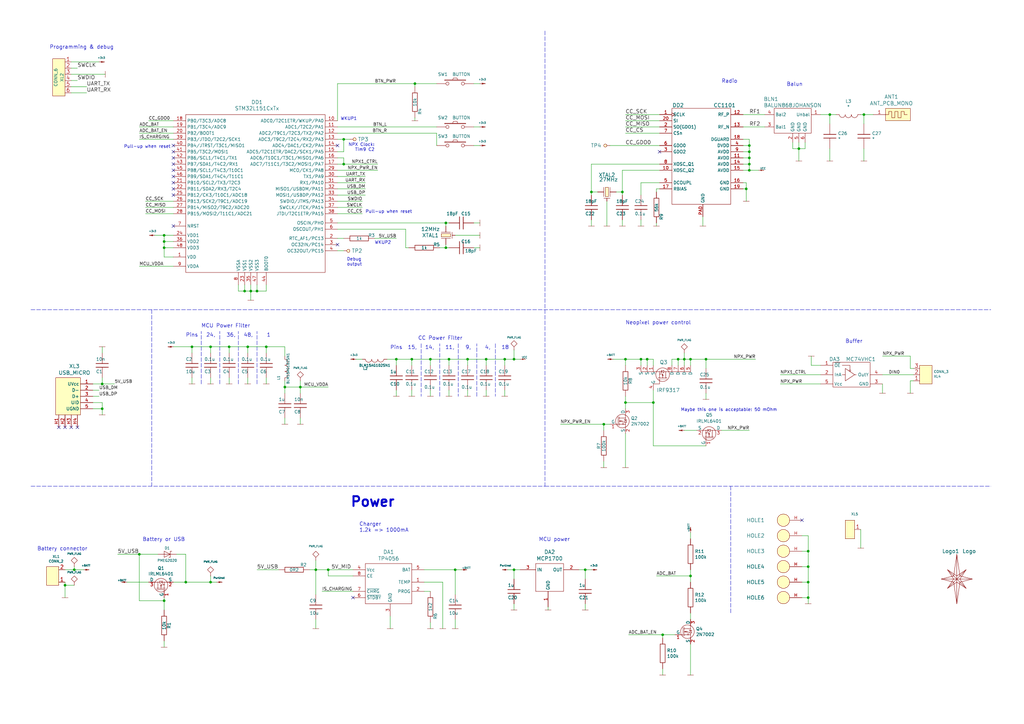
<source format=kicad_sch>
(kicad_sch (version 20200512) (host eeschema "(5.99.0-1822-g1792479ca)")
  (page 1 1)
  (paper "A3")
  (junction (at 26.67 240.03))
  (junction (at 30.48 233.68))
  (junction (at 41.91 157.48))
  (junction (at 41.91 167.64))
  (junction (at 57.15 227.33))
  (junction (at 67.31 96.52))
  (junction (at 67.31 99.06))
  (junction (at 67.31 101.6))
  (junction (at 67.31 246.38))
  (junction (at 76.2 238.76))
  (junction (at 78.74 142.24))
  (junction (at 86.36 142.24))
  (junction (at 86.36 238.76))
  (junction (at 93.98 142.24))
  (junction (at 100.33 119.38))
  (junction (at 101.6 142.24))
  (junction (at 102.87 119.38))
  (junction (at 105.41 119.38))
  (junction (at 109.22 142.24))
  (junction (at 116.84 158.75))
  (junction (at 123.19 158.75))
  (junction (at 129.54 233.68))
  (junction (at 134.62 233.68))
  (junction (at 140.97 57.15))
  (junction (at 140.97 67.31))
  (junction (at 162.56 147.32))
  (junction (at 168.91 147.32))
  (junction (at 170.18 34.29))
  (junction (at 176.53 147.32))
  (junction (at 182.88 91.44))
  (junction (at 182.88 101.6))
  (junction (at 184.15 147.32))
  (junction (at 186.69 233.68))
  (junction (at 191.77 147.32))
  (junction (at 199.39 147.32))
  (junction (at 207.01 147.32))
  (junction (at 210.82 147.32))
  (junction (at 210.82 233.68))
  (junction (at 240.03 233.68))
  (junction (at 242.57 78.74))
  (junction (at 247.65 173.99))
  (junction (at 255.27 78.74))
  (junction (at 256.54 147.32))
  (junction (at 256.54 165.1))
  (junction (at 262.89 147.32))
  (junction (at 265.43 147.32))
  (junction (at 267.97 165.1))
  (junction (at 271.78 260.35))
  (junction (at 278.13 147.32))
  (junction (at 280.67 147.32))
  (junction (at 283.21 147.32))
  (junction (at 283.21 236.22))
  (junction (at 289.56 147.32))
  (junction (at 306.07 77.47))
  (junction (at 307.34 59.69))
  (junction (at 307.34 62.23))
  (junction (at 307.34 64.77))
  (junction (at 307.34 67.31))
  (junction (at 307.34 69.85))
  (junction (at 327.66 60.96))
  (junction (at 331.47 226.06))
  (junction (at 331.47 232.41))
  (junction (at 331.47 238.76))
  (junction (at 331.47 245.11))
  (junction (at 340.36 46.99))
  (junction (at 354.33 46.99))
  (no_connect (at 31.75 175.26))
  (no_connect (at 71.12 72.39))
  (no_connect (at 71.12 62.23))
  (no_connect (at 71.12 74.93))
  (no_connect (at 71.12 69.85))
  (no_connect (at 71.12 59.69))
  (no_connect (at 71.12 92.71))
  (no_connect (at 328.93 213.36))
  (no_connect (at 138.43 59.69))
  (no_connect (at 144.78 245.11))
  (no_connect (at 270.51 62.23))
  (no_connect (at 24.13 175.26))
  (no_connect (at 138.43 100.33))
  (no_connect (at 29.21 175.26))
  (no_connect (at 71.12 67.31))
  (no_connect (at 26.67 175.26))
  (no_connect (at 71.12 80.01))
  (no_connect (at 71.12 77.47))
  (no_connect (at 71.12 64.77))
  (wire (pts (xy 26.67 238.76) (xy 26.67 240.03)))
  (wire (pts (xy 26.67 240.03) (xy 26.67 245.11)))
  (wire (pts (xy 26.67 240.03) (xy 30.48 240.03)))
  (wire (pts (xy 29.21 25.4) (xy 40.64 25.4)))
  (wire (pts (xy 29.21 30.48) (xy 43.18 30.48)))
  (wire (pts (xy 29.21 33.02) (xy 31.75 33.02)))
  (wire (pts (xy 29.21 38.1) (xy 35.56 38.1)))
  (wire (pts (xy 30.48 232.41) (xy 30.48 233.68)))
  (wire (pts (xy 30.48 233.68) (xy 26.67 233.68)))
  (wire (pts (xy 31.75 27.94) (xy 29.21 27.94)))
  (wire (pts (xy 34.29 233.68) (xy 30.48 233.68)))
  (wire (pts (xy 35.56 35.56) (xy 29.21 35.56)))
  (wire (pts (xy 38.1 157.48) (xy 41.91 157.48)))
  (wire (pts (xy 38.1 160.02) (xy 40.64 160.02)))
  (wire (pts (xy 38.1 165.1) (xy 41.91 165.1)))
  (wire (pts (xy 40.64 162.56) (xy 38.1 162.56)))
  (wire (pts (xy 41.91 144.78) (xy 41.91 142.24)))
  (wire (pts (xy 41.91 154.94) (xy 41.91 157.48)))
  (wire (pts (xy 41.91 157.48) (xy 46.99 157.48)))
  (wire (pts (xy 41.91 165.1) (xy 41.91 167.64)))
  (wire (pts (xy 41.91 167.64) (xy 38.1 167.64)))
  (wire (pts (xy 41.91 167.64) (xy 41.91 170.18)))
  (wire (pts (xy 48.26 227.33) (xy 57.15 227.33)))
  (wire (pts (xy 57.15 52.07) (xy 71.12 52.07)))
  (wire (pts (xy 57.15 54.61) (xy 71.12 54.61)))
  (wire (pts (xy 57.15 57.15) (xy 71.12 57.15)))
  (wire (pts (xy 57.15 109.22) (xy 71.12 109.22)))
  (wire (pts (xy 57.15 227.33) (xy 57.15 246.38)))
  (wire (pts (xy 57.15 227.33) (xy 64.77 227.33)))
  (wire (pts (xy 57.15 246.38) (xy 67.31 246.38)))
  (wire (pts (xy 59.69 85.09) (xy 71.12 85.09)))
  (wire (pts (xy 60.96 49.53) (xy 71.12 49.53)))
  (wire (pts (xy 60.96 238.76) (xy 52.07 238.76)))
  (wire (pts (xy 63.5 96.52) (xy 67.31 96.52)))
  (wire (pts (xy 67.31 96.52) (xy 71.12 96.52)))
  (wire (pts (xy 67.31 99.06) (xy 67.31 96.52)))
  (wire (pts (xy 67.31 101.6) (xy 67.31 99.06)))
  (wire (pts (xy 67.31 105.41) (xy 67.31 101.6)))
  (wire (pts (xy 67.31 245.11) (xy 67.31 246.38)))
  (wire (pts (xy 67.31 246.38) (xy 67.31 250.19)))
  (wire (pts (xy 67.31 262.89) (xy 67.31 265.43)))
  (wire (pts (xy 71.12 82.55) (xy 59.69 82.55)))
  (wire (pts (xy 71.12 87.63) (xy 59.69 87.63)))
  (wire (pts (xy 71.12 99.06) (xy 67.31 99.06)))
  (wire (pts (xy 71.12 101.6) (xy 67.31 101.6)))
  (wire (pts (xy 71.12 105.41) (xy 67.31 105.41)))
  (wire (pts (xy 71.12 142.24) (xy 78.74 142.24)))
  (wire (pts (xy 71.12 238.76) (xy 76.2 238.76)))
  (wire (pts (xy 72.39 227.33) (xy 76.2 227.33)))
  (wire (pts (xy 76.2 227.33) (xy 76.2 238.76)))
  (wire (pts (xy 76.2 238.76) (xy 86.36 238.76)))
  (wire (pts (xy 78.74 142.24) (xy 86.36 142.24)))
  (wire (pts (xy 78.74 144.78) (xy 78.74 142.24)))
  (wire (pts (xy 78.74 154.94) (xy 78.74 157.48)))
  (wire (pts (xy 86.36 142.24) (xy 93.98 142.24)))
  (wire (pts (xy 86.36 144.78) (xy 86.36 142.24)))
  (wire (pts (xy 86.36 154.94) (xy 86.36 157.48)))
  (wire (pts (xy 86.36 238.76) (xy 86.36 236.22)))
  (wire (pts (xy 86.36 238.76) (xy 88.9 238.76)))
  (wire (pts (xy 93.98 142.24) (xy 101.6 142.24)))
  (wire (pts (xy 93.98 144.78) (xy 93.98 142.24)))
  (wire (pts (xy 93.98 154.94) (xy 93.98 157.48)))
  (wire (pts (xy 97.79 116.84) (xy 97.79 119.38)))
  (wire (pts (xy 97.79 119.38) (xy 100.33 119.38)))
  (wire (pts (xy 100.33 116.84) (xy 100.33 119.38)))
  (wire (pts (xy 100.33 119.38) (xy 102.87 119.38)))
  (wire (pts (xy 101.6 142.24) (xy 109.22 142.24)))
  (wire (pts (xy 101.6 144.78) (xy 101.6 142.24)))
  (wire (pts (xy 101.6 154.94) (xy 101.6 157.48)))
  (wire (pts (xy 102.87 119.38) (xy 102.87 116.84)))
  (wire (pts (xy 102.87 123.19) (xy 102.87 119.38)))
  (wire (pts (xy 105.41 116.84) (xy 105.41 119.38)))
  (wire (pts (xy 105.41 119.38) (xy 102.87 119.38)))
  (wire (pts (xy 105.41 233.68) (xy 114.3 233.68)))
  (wire (pts (xy 109.22 116.84) (xy 109.22 119.38)))
  (wire (pts (xy 109.22 119.38) (xy 105.41 119.38)))
  (wire (pts (xy 109.22 142.24) (xy 116.84 142.24)))
  (wire (pts (xy 109.22 144.78) (xy 109.22 142.24)))
  (wire (pts (xy 109.22 154.94) (xy 109.22 157.48)))
  (wire (pts (xy 116.84 146.05) (xy 116.84 142.24)))
  (wire (pts (xy 116.84 156.21) (xy 116.84 158.75)))
  (wire (pts (xy 116.84 158.75) (xy 116.84 161.29)))
  (wire (pts (xy 116.84 158.75) (xy 123.19 158.75)))
  (wire (pts (xy 116.84 171.45) (xy 116.84 173.99)))
  (wire (pts (xy 123.19 156.21) (xy 123.19 158.75)))
  (wire (pts (xy 123.19 158.75) (xy 123.19 161.29)))
  (wire (pts (xy 123.19 158.75) (xy 134.62 158.75)))
  (wire (pts (xy 123.19 171.45) (xy 123.19 173.99)))
  (wire (pts (xy 127 233.68) (xy 129.54 233.68)))
  (wire (pts (xy 129.54 229.87) (xy 129.54 233.68)))
  (wire (pts (xy 129.54 233.68) (xy 129.54 243.84)))
  (wire (pts (xy 129.54 233.68) (xy 134.62 233.68)))
  (wire (pts (xy 129.54 257.81) (xy 129.54 254)))
  (wire (pts (xy 132.08 242.57) (xy 144.78 242.57)))
  (wire (pts (xy 134.62 233.68) (xy 144.78 233.68)))
  (wire (pts (xy 134.62 236.22) (xy 134.62 233.68)))
  (wire (pts (xy 138.43 34.29) (xy 138.43 49.53)))
  (wire (pts (xy 138.43 34.29) (xy 170.18 34.29)))
  (wire (pts (xy 138.43 52.07) (xy 179.07 52.07)))
  (wire (pts (xy 138.43 54.61) (xy 179.07 54.61)))
  (wire (pts (xy 138.43 57.15) (xy 140.97 57.15)))
  (wire (pts (xy 138.43 62.23) (xy 140.97 62.23)))
  (wire (pts (xy 138.43 64.77) (xy 140.97 64.77)))
  (wire (pts (xy 138.43 67.31) (xy 140.97 67.31)))
  (wire (pts (xy 138.43 74.93) (xy 149.86 74.93)))
  (wire (pts (xy 138.43 77.47) (xy 149.86 77.47)))
  (wire (pts (xy 138.43 80.01) (xy 149.86 80.01)))
  (wire (pts (xy 138.43 82.55) (xy 148.59 82.55)))
  (wire (pts (xy 138.43 85.09) (xy 148.59 85.09)))
  (wire (pts (xy 138.43 91.44) (xy 182.88 91.44)))
  (wire (pts (xy 138.43 93.98) (xy 166.37 93.98)))
  (wire (pts (xy 138.43 97.79) (xy 140.97 97.79)))
  (wire (pts (xy 138.43 102.87) (xy 140.97 102.87)))
  (wire (pts (xy 140.97 57.15) (xy 143.51 57.15)))
  (wire (pts (xy 140.97 62.23) (xy 140.97 57.15)))
  (wire (pts (xy 140.97 64.77) (xy 140.97 67.31)))
  (wire (pts (xy 140.97 67.31) (xy 154.94 67.31)))
  (wire (pts (xy 144.78 236.22) (xy 134.62 236.22)))
  (wire (pts (xy 146.05 147.32) (xy 148.59 147.32)))
  (wire (pts (xy 148.59 87.63) (xy 138.43 87.63)))
  (wire (pts (xy 149.86 72.39) (xy 138.43 72.39)))
  (wire (pts (xy 153.67 97.79) (xy 162.56 97.79)))
  (wire (pts (xy 154.94 69.85) (xy 138.43 69.85)))
  (wire (pts (xy 158.75 147.32) (xy 162.56 147.32)))
  (wire (pts (xy 160.02 252.73) (xy 160.02 257.81)))
  (wire (pts (xy 162.56 147.32) (xy 168.91 147.32)))
  (wire (pts (xy 162.56 149.86) (xy 162.56 147.32)))
  (wire (pts (xy 162.56 160.02) (xy 162.56 162.56)))
  (wire (pts (xy 166.37 93.98) (xy 166.37 101.6)))
  (wire (pts (xy 167.64 101.6) (xy 166.37 101.6)))
  (wire (pts (xy 168.91 147.32) (xy 176.53 147.32)))
  (wire (pts (xy 168.91 149.86) (xy 168.91 147.32)))
  (wire (pts (xy 168.91 160.02) (xy 168.91 162.56)))
  (wire (pts (xy 170.18 34.29) (xy 170.18 35.56)))
  (wire (pts (xy 170.18 34.29) (xy 179.07 34.29)))
  (wire (pts (xy 170.18 48.26) (xy 170.18 49.53)))
  (wire (pts (xy 173.99 233.68) (xy 186.69 233.68)))
  (wire (pts (xy 173.99 242.57) (xy 176.53 242.57)))
  (wire (pts (xy 176.53 147.32) (xy 184.15 147.32)))
  (wire (pts (xy 176.53 149.86) (xy 176.53 147.32)))
  (wire (pts (xy 176.53 160.02) (xy 176.53 162.56)))
  (wire (pts (xy 176.53 257.81) (xy 176.53 255.27)))
  (wire (pts (xy 179.07 54.61) (xy 179.07 59.69)))
  (wire (pts (xy 181.61 238.76) (xy 173.99 238.76)))
  (wire (pts (xy 181.61 238.76) (xy 181.61 257.81)))
  (wire (pts (xy 182.88 91.44) (xy 182.88 92.71)))
  (wire (pts (xy 182.88 91.44) (xy 184.15 91.44)))
  (wire (pts (xy 182.88 100.33) (xy 182.88 101.6)))
  (wire (pts (xy 182.88 101.6) (xy 180.34 101.6)))
  (wire (pts (xy 184.15 101.6) (xy 182.88 101.6)))
  (wire (pts (xy 184.15 147.32) (xy 191.77 147.32)))
  (wire (pts (xy 184.15 149.86) (xy 184.15 147.32)))
  (wire (pts (xy 184.15 160.02) (xy 184.15 162.56)))
  (wire (pts (xy 186.69 96.52) (xy 196.85 96.52)))
  (wire (pts (xy 186.69 233.68) (xy 189.23 233.68)))
  (wire (pts (xy 186.69 243.84) (xy 186.69 233.68)))
  (wire (pts (xy 186.69 257.81) (xy 186.69 254)))
  (wire (pts (xy 191.77 147.32) (xy 199.39 147.32)))
  (wire (pts (xy 191.77 149.86) (xy 191.77 147.32)))
  (wire (pts (xy 191.77 160.02) (xy 191.77 162.56)))
  (wire (pts (xy 194.31 34.29) (xy 196.85 34.29)))
  (wire (pts (xy 194.31 52.07) (xy 196.85 52.07)))
  (wire (pts (xy 194.31 59.69) (xy 196.85 59.69)))
  (wire (pts (xy 194.31 91.44) (xy 196.85 91.44)))
  (wire (pts (xy 194.31 101.6) (xy 196.85 101.6)))
  (wire (pts (xy 199.39 147.32) (xy 207.01 147.32)))
  (wire (pts (xy 199.39 149.86) (xy 199.39 147.32)))
  (wire (pts (xy 199.39 160.02) (xy 199.39 162.56)))
  (wire (pts (xy 207.01 147.32) (xy 210.82 147.32)))
  (wire (pts (xy 207.01 149.86) (xy 207.01 147.32)))
  (wire (pts (xy 207.01 160.02) (xy 207.01 162.56)))
  (wire (pts (xy 208.28 233.68) (xy 210.82 233.68)))
  (wire (pts (xy 210.82 147.32) (xy 210.82 143.51)))
  (wire (pts (xy 210.82 147.32) (xy 213.36 147.32)))
  (wire (pts (xy 210.82 233.68) (xy 210.82 237.49)))
  (wire (pts (xy 210.82 233.68) (xy 213.36 233.68)))
  (wire (pts (xy 210.82 247.65) (xy 210.82 250.19)))
  (wire (pts (xy 224.79 250.19) (xy 224.79 248.92)))
  (wire (pts (xy 229.87 173.99) (xy 247.65 173.99)))
  (wire (pts (xy 237.49 233.68) (xy 240.03 233.68)))
  (wire (pts (xy 240.03 233.68) (xy 240.03 237.49)))
  (wire (pts (xy 240.03 233.68) (xy 242.57 233.68)))
  (wire (pts (xy 240.03 247.65) (xy 240.03 250.19)))
  (wire (pts (xy 242.57 67.31) (xy 242.57 78.74)))
  (wire (pts (xy 242.57 78.74) (xy 242.57 80.01)))
  (wire (pts (xy 242.57 90.17) (xy 242.57 92.71)))
  (wire (pts (xy 245.11 78.74) (xy 242.57 78.74)))
  (wire (pts (xy 247.65 173.99) (xy 247.65 176.53)))
  (wire (pts (xy 247.65 191.77) (xy 247.65 189.23)))
  (wire (pts (xy 248.92 82.55) (xy 248.92 92.71)))
  (wire (pts (xy 250.19 59.69) (xy 270.51 59.69)))
  (wire (pts (xy 250.19 173.99) (xy 247.65 173.99)))
  (wire (pts (xy 251.46 147.32) (xy 256.54 147.32)))
  (wire (pts (xy 252.73 78.74) (xy 255.27 78.74)))
  (wire (pts (xy 255.27 69.85) (xy 270.51 69.85)))
  (wire (pts (xy 255.27 78.74) (xy 255.27 69.85)))
  (wire (pts (xy 255.27 80.01) (xy 255.27 78.74)))
  (wire (pts (xy 255.27 90.17) (xy 255.27 92.71)))
  (wire (pts (xy 256.54 46.99) (xy 270.51 46.99)))
  (wire (pts (xy 256.54 49.53) (xy 270.51 49.53)))
  (wire (pts (xy 256.54 52.07) (xy 270.51 52.07)))
  (wire (pts (xy 256.54 54.61) (xy 270.51 54.61)))
  (wire (pts (xy 256.54 147.32) (xy 256.54 149.86)))
  (wire (pts (xy 256.54 147.32) (xy 262.89 147.32)))
  (wire (pts (xy 256.54 162.56) (xy 256.54 165.1)))
  (wire (pts (xy 256.54 165.1) (xy 256.54 167.64)))
  (wire (pts (xy 256.54 191.77) (xy 256.54 177.8)))
  (wire (pts (xy 257.81 260.35) (xy 271.78 260.35)))
  (wire (pts (xy 262.89 74.93) (xy 262.89 80.01)))
  (wire (pts (xy 262.89 90.17) (xy 262.89 92.71)))
  (wire (pts (xy 262.89 147.32) (xy 262.89 149.86)))
  (wire (pts (xy 262.89 147.32) (xy 265.43 147.32)))
  (wire (pts (xy 265.43 147.32) (xy 265.43 149.86)))
  (wire (pts (xy 265.43 147.32) (xy 267.97 147.32)))
  (wire (pts (xy 267.97 147.32) (xy 267.97 149.86)))
  (wire (pts (xy 267.97 160.02) (xy 267.97 165.1)))
  (wire (pts (xy 267.97 165.1) (xy 256.54 165.1)))
  (wire (pts (xy 267.97 182.88) (xy 267.97 165.1)))
  (wire (pts (xy 269.24 77.47) (xy 270.51 77.47)))
  (wire (pts (xy 269.24 78.74) (xy 269.24 77.47)))
  (wire (pts (xy 269.24 91.44) (xy 269.24 92.71)))
  (wire (pts (xy 269.24 236.22) (xy 283.21 236.22)))
  (wire (pts (xy 270.51 67.31) (xy 242.57 67.31)))
  (wire (pts (xy 270.51 74.93) (xy 262.89 74.93)))
  (wire (pts (xy 271.78 260.35) (xy 271.78 261.62)))
  (wire (pts (xy 271.78 274.32) (xy 271.78 276.86)))
  (wire (pts (xy 275.59 147.32) (xy 278.13 147.32)))
  (wire (pts (xy 275.59 149.86) (xy 275.59 147.32)))
  (wire (pts (xy 276.86 260.35) (xy 271.78 260.35)))
  (wire (pts (xy 278.13 147.32) (xy 278.13 149.86)))
  (wire (pts (xy 278.13 147.32) (xy 280.67 147.32)))
  (wire (pts (xy 280.67 144.78) (xy 280.67 147.32)))
  (wire (pts (xy 280.67 147.32) (xy 280.67 149.86)))
  (wire (pts (xy 280.67 147.32) (xy 283.21 147.32)))
  (wire (pts (xy 280.67 176.53) (xy 285.75 176.53)))
  (wire (pts (xy 283.21 147.32) (xy 283.21 149.86)))
  (wire (pts (xy 283.21 147.32) (xy 289.56 147.32)))
  (wire (pts (xy 283.21 218.44) (xy 283.21 220.98)))
  (wire (pts (xy 283.21 236.22) (xy 283.21 233.68)))
  (wire (pts (xy 283.21 238.76) (xy 283.21 236.22)))
  (wire (pts (xy 283.21 254) (xy 283.21 251.46)))
  (wire (pts (xy 283.21 264.16) (xy 283.21 276.86)))
  (wire (pts (xy 288.29 88.9) (xy 288.29 92.71)))
  (wire (pts (xy 289.56 147.32) (xy 309.88 147.32)))
  (wire (pts (xy 289.56 151.13) (xy 289.56 147.32)))
  (wire (pts (xy 289.56 161.29) (xy 289.56 163.83)))
  (wire (pts (xy 289.56 182.88) (xy 267.97 182.88)))
  (wire (pts (xy 295.91 176.53) (xy 307.34 176.53)))
  (wire (pts (xy 304.8 46.99) (xy 313.69 46.99)))
  (wire (pts (xy 304.8 57.15) (xy 307.34 57.15)))
  (wire (pts (xy 304.8 59.69) (xy 307.34 59.69)))
  (wire (pts (xy 304.8 62.23) (xy 307.34 62.23)))
  (wire (pts (xy 304.8 64.77) (xy 307.34 64.77)))
  (wire (pts (xy 304.8 67.31) (xy 307.34 67.31)))
  (wire (pts (xy 304.8 69.85) (xy 307.34 69.85)))
  (wire (pts (xy 304.8 77.47) (xy 306.07 77.47)))
  (wire (pts (xy 306.07 74.93) (xy 304.8 74.93)))
  (wire (pts (xy 306.07 77.47) (xy 306.07 74.93)))
  (wire (pts (xy 306.07 82.55) (xy 306.07 77.47)))
  (wire (pts (xy 307.34 57.15) (xy 307.34 59.69)))
  (wire (pts (xy 307.34 59.69) (xy 307.34 62.23)))
  (wire (pts (xy 307.34 62.23) (xy 307.34 64.77)))
  (wire (pts (xy 307.34 64.77) (xy 307.34 67.31)))
  (wire (pts (xy 307.34 67.31) (xy 307.34 69.85)))
  (wire (pts (xy 307.34 69.85) (xy 311.15 69.85)))
  (wire (pts (xy 313.69 52.07) (xy 304.8 52.07)))
  (wire (pts (xy 320.04 153.67) (xy 336.55 153.67)))
  (wire (pts (xy 320.04 157.48) (xy 336.55 157.48)))
  (wire (pts (xy 325.12 58.42) (xy 325.12 60.96)))
  (wire (pts (xy 325.12 60.96) (xy 327.66 60.96)))
  (wire (pts (xy 327.66 58.42) (xy 327.66 60.96)))
  (wire (pts (xy 327.66 60.96) (xy 327.66 66.04)))
  (wire (pts (xy 327.66 60.96) (xy 330.2 60.96)))
  (wire (pts (xy 328.93 226.06) (xy 331.47 226.06)))
  (wire (pts (xy 328.93 232.41) (xy 331.47 232.41)))
  (wire (pts (xy 328.93 238.76) (xy 331.47 238.76)))
  (wire (pts (xy 328.93 245.11) (xy 331.47 245.11)))
  (wire (pts (xy 330.2 60.96) (xy 330.2 58.42)))
  (wire (pts (xy 331.47 219.71) (xy 328.93 219.71)))
  (wire (pts (xy 331.47 226.06) (xy 331.47 219.71)))
  (wire (pts (xy 331.47 232.41) (xy 331.47 226.06)))
  (wire (pts (xy 331.47 238.76) (xy 331.47 232.41)))
  (wire (pts (xy 331.47 245.11) (xy 331.47 238.76)))
  (wire (pts (xy 331.47 247.65) (xy 331.47 245.11)))
  (wire (pts (xy 332.74 149.86) (xy 332.74 146.05)))
  (wire (pts (xy 336.55 46.99) (xy 340.36 46.99)))
  (wire (pts (xy 336.55 149.86) (xy 332.74 149.86)))
  (wire (pts (xy 340.36 46.99) (xy 342.9 46.99)))
  (wire (pts (xy 340.36 50.8) (xy 340.36 46.99)))
  (wire (pts (xy 340.36 66.04) (xy 340.36 60.96)))
  (wire (pts (xy 353.06 46.99) (xy 354.33 46.99)))
  (wire (pts (xy 353.06 217.17) (xy 353.06 224.79)))
  (wire (pts (xy 354.33 46.99) (xy 354.33 50.8)))
  (wire (pts (xy 354.33 46.99) (xy 358.14 46.99)))
  (wire (pts (xy 354.33 66.04) (xy 354.33 60.96)))
  (wire (pts (xy 361.95 146.05) (xy 373.38 146.05)))
  (wire (pts (xy 361.95 157.48) (xy 361.95 161.29)))
  (wire (pts (xy 373.38 146.05) (xy 373.38 151.13)))
  (wire (pts (xy 373.38 151.13) (xy 374.65 151.13)))
  (wire (pts (xy 373.38 156.21) (xy 373.38 161.29)))
  (wire (pts (xy 373.38 156.21) (xy 374.65 156.21)))
  (wire (pts (xy 374.65 153.67) (xy 361.95 153.67)))
  (polyline (pts (xy 12.7 127) (xy 406.4 127)) (stroke (width 0) (type dash)))
  (polyline (pts (xy 12.7 199.39) (xy 223.52 199.39)) (stroke (width 0) (type dash)))
  (polyline (pts (xy 62.23 127) (xy 62.23 199.39)) (stroke (width 0) (type dash)))
  (polyline (pts (xy 82.55 157.48) (xy 82.55 135.89)) (stroke (width 0) (type dash)))
  (polyline (pts (xy 90.17 157.48) (xy 90.17 135.89)) (stroke (width 0) (type dash)))
  (polyline (pts (xy 97.79 157.48) (xy 97.79 135.89)) (stroke (width 0) (type dash)))
  (polyline (pts (xy 105.41 157.48) (xy 105.41 135.89)) (stroke (width 0) (type dash)))
  (polyline (pts (xy 172.72 140.97) (xy 172.72 162.56)) (stroke (width 0) (type dash)))
  (polyline (pts (xy 180.34 162.56) (xy 180.34 140.97)) (stroke (width 0) (type dash)))
  (polyline (pts (xy 187.96 140.97) (xy 187.96 162.56)) (stroke (width 0) (type dash)))
  (polyline (pts (xy 195.58 162.56) (xy 195.58 140.97)) (stroke (width 0) (type dash)))
  (polyline (pts (xy 203.2 140.97) (xy 203.2 162.56)) (stroke (width 0) (type dash)))
  (polyline (pts (xy 223.52 12.7) (xy 223.52 199.39)) (stroke (width 0) (type dash)))
  (polyline (pts (xy 223.52 199.39) (xy 406.4 199.39)) (stroke (width 0) (type dash)))
  (polyline (pts (xy 299.72 199.39) (xy 299.72 251.46)) (stroke (width 0) (type dash)))
  (text "Battery connector" (at 15.24 226.06 0) (effects (font (size 1.524 1.524)) (justify left bottom)))
  (text "Programming & debug" (at 20.32 20.32 0) (effects (font (size 1.524 1.524)) (justify left bottom)))
  (text "Pull-up when reset" (at 50.8 60.96 0) (effects (font (size 1.27 1.27)) (justify left bottom)))
  (text "Battery or USB" (at 58.42 222.25 0) (effects (font (size 1.524 1.524)) (justify left bottom)))
  (text "Pins   24,    36,   48,     1" (at 76.2 138.43 0) (effects (font (size 1.524 1.524)) (justify left bottom)))
  (text "MCU Power Filter" (at 82.55 134.62 0) (effects (font (size 1.524 1.524)) (justify left bottom)))
  (text "WKUP1" (at 139.7 49.53 0) (effects (font (size 1.27 1.27)) (justify left bottom)))
  (text "Debug \noutput" (at 142.24 109.22 0) (effects (font (size 1.27 1.27)) (justify left bottom)))
  (text "Power" (at 143.51 208.28 0) (effects (font (size 3.9878 3.9878) (thickness 0.7976) bold) (justify left bottom)))
  (text "Charger\n1.2k => 1000mA" (at 147.32 218.44 0) (effects (font (size 1.524 1.524)) (justify left bottom)))
  (text "Pull-up when reset" (at 149.86 87.63 0) (effects (font (size 1.27 1.27)) (justify left bottom)))
  (text "NPX Clock:\nTim9 C2" (at 153.67 62.23 180) (effects (font (size 1.27 1.27)) (justify right bottom)))
  (text "WKUP2" (at 153.67 100.33 0) (effects (font (size 1.27 1.27)) (justify left bottom)))
  (text "Pins  15,   14,    11,    9,     4,    18" (at 160.02 143.51 0) (effects (font (size 1.524 1.524)) (justify left bottom)))
  (text "CC Power Filter" (at 171.45 139.7 0) (effects (font (size 1.524 1.524)) (justify left bottom)))
  (text "MCU power" (at 220.98 222.25 0) (effects (font (size 1.524 1.524)) (justify left bottom)))
  (text "Neopixel power control" (at 256.54 133.35 0) (effects (font (size 1.524 1.524)) (justify left bottom)))
  (text "Radio" (at 295.91 34.29 0) (effects (font (size 1.524 1.524)) (justify left bottom)))
  (text "Maybe this one is acceptable: 50 mOhm" (at 318.77 168.91 180) (effects (font (size 1.27 1.27)) (justify right bottom)))
  (text "Balun" (at 322.58 35.56 0) (effects (font (size 1.524 1.524)) (justify left bottom)))
  (text "Buffer" (at 346.71 140.97 0) (effects (font (size 1.524 1.524)) (justify left bottom)))
  (label "SWCLK" (at 31.75 27.94 0) (effects (font (size 1.524 1.524))))
  (label "SWDIO" (at 31.75 33.02 0) (effects (font (size 1.524 1.524))))
  (label "UART_TX" (at 35.56 35.56 0) (effects (font (size 1.524 1.524))))
  (label "UART_RX" (at 35.56 38.1 0) (effects (font (size 1.524 1.524))))
  (label "USB_DM" (at 40.64 160.02 0))
  (label "USB_DP" (at 40.64 162.56 0))
  (label "5V_USB" (at 46.99 157.48 0))
  (label "5V_USB" (at 48.26 227.33 0) (effects (font (size 1.524 1.524))))
  (label "ADC_BAT" (at 57.15 52.07 0))
  (label "ADC_BAT_EN" (at 57.15 54.61 0))
  (label "IS_CHARGING" (at 57.15 57.15 0))
  (label "MCU_VDDA" (at 57.15 109.22 0))
  (label "CC_SCK" (at 59.69 82.55 0))
  (label "CC_MISO" (at 59.69 85.09 0))
  (label "CC_MOSI" (at 59.69 87.63 0))
  (label "CC_GDO0" (at 60.96 49.53 0))
  (label "5V_USB" (at 105.41 233.68 0) (effects (font (size 1.524 1.524))))
  (label "IS_CHARGING" (at 132.08 242.57 0))
  (label "MCU_VDDA" (at 134.62 158.75 180))
  (label "5V_MID" (at 135.89 233.68 0) (effects (font (size 1.524 1.524))))
  (label "SWDIO" (at 148.59 82.55 180))
  (label "SWCLK" (at 148.59 85.09 180))
  (label "CC_CS" (at 148.59 87.63 180))
  (label "UART_TX" (at 149.86 72.39 180))
  (label "UART_RX" (at 149.86 74.93 180))
  (label "USB_DM" (at 149.86 77.47 180))
  (label "USB_DP" (at 149.86 80.01 180))
  (label "BTN_PWR" (at 153.67 34.29 0))
  (label "NPX1_CTRL" (at 154.94 67.31 180))
  (label "NPX_PWR_EN" (at 154.94 69.85 180))
  (label "BTN_L" (at 158.75 52.07 180))
  (label "BTN_R" (at 158.75 54.61 180))
  (label "5V_USB" (at 162.56 97.79 180))
  (label "NPX_PWR_EN" (at 229.87 173.99 0))
  (label "CC_SCK" (at 256.54 46.99 0) (effects (font (size 1.524 1.524))))
  (label "CC_MOSI" (at 256.54 49.53 0) (effects (font (size 1.524 1.524))))
  (label "CC_MISO" (at 256.54 52.07 0) (effects (font (size 1.524 1.524))))
  (label "CC_CS" (at 256.54 54.61 0) (effects (font (size 1.524 1.524))))
  (label "CC_GDO0" (at 256.54 59.69 0) (effects (font (size 1.524 1.524))))
  (label "ADC_BAT_EN" (at 257.81 260.35 0))
  (label "ADC_BAT" (at 269.24 236.22 0))
  (label "RF1" (at 307.34 46.99 0) (effects (font (size 1.524 1.524))))
  (label "RF2" (at 307.34 52.07 0) (effects (font (size 1.524 1.524))))
  (label "NPX_PWR" (at 307.34 176.53 180))
  (label "NPX_PWR" (at 309.88 147.32 180))
  (label "NPX1_CTRL" (at 320.04 153.67 0))
  (label "NPX_PWR" (at 320.04 157.48 0))
  (label "NPX_PWR" (at 361.95 146.05 0))
  (label "DIN0" (at 364.49 153.67 0))
  (symbol (lib_id "power:GND") (at 26.67 245.11 0) (unit 1)
    (property "Reference" "#PWR01" (effects hide))
    (property "Value" "GND" (effects hide))
  )
  (symbol (lib_id "power:+BATT") (at 34.29 233.68 0) (unit 1)
    (property "Reference" "#PWR02" (effects hide))
    (property "Value" "+BATT" (at 35.2552 231.9528 0) (effects (font (size 0.762 0.762))))
  )
  (symbol (lib_id "power:+3v3") (at 40.64 25.4 0) (unit 1)
    (property "Reference" "#PWR03" (effects hide))
    (property "Value" "+3v3" (at 41.5798 23.6728 0) (effects (font (size 0.762 0.762))))
  )
  (symbol (lib_id "power:GND") (at 41.91 142.24 0) (unit 1)
    (property "Reference" "#PWR04" (effects hide))
    (property "Value" "GND" (effects hide))
  )
  (symbol (lib_id "power:GND") (at 41.91 170.18 0) (unit 1)
    (property "Reference" "#PWR05" (effects hide))
    (property "Value" "GND" (effects hide))
  )
  (symbol (lib_id "power:GND") (at 43.18 30.48 270) (unit 1)
    (property "Reference" "#PWR06" (effects hide))
    (property "Value" "GND" (effects hide))
  )
  (symbol (lib_id "power:+BATT") (at 52.07 238.76 0) (mirror y) (unit 1)
    (property "Reference" "#PWR07" (effects hide))
    (property "Value" "+BATT" (at 50.038 237.998 0) (effects (font (size 0.762 0.762))))
  )
  (symbol (lib_id "power:+3v3") (at 63.5 96.52 0) (mirror y) (unit 1)
    (property "Reference" "#PWR019" (effects hide))
    (property "Value" "+3v3" (at 62.5602 94.7928 0) (effects (font (size 0.762 0.762))))
  )
  (symbol (lib_id "power:GND") (at 67.31 265.43 0) (unit 1)
    (property "Reference" "#PWR09" (effects hide))
    (property "Value" "GND" (effects hide))
  )
  (symbol (lib_id "power:+3v3") (at 71.12 142.24 0) (mirror y) (unit 1)
    (property "Reference" "#PWR010" (effects hide))
    (property "Value" "+3v3" (at 70.1802 140.5128 0) (effects (font (size 0.762 0.762))))
  )
  (symbol (lib_id "power:GND") (at 78.74 157.48 0) (unit 1)
    (property "Reference" "#PWR011" (effects hide))
    (property "Value" "GND" (effects hide))
  )
  (symbol (lib_id "power:GND") (at 86.36 157.48 0) (unit 1)
    (property "Reference" "#PWR012" (effects hide))
    (property "Value" "GND" (effects hide))
  )
  (symbol (lib_id "power:PwrUnst") (at 88.9 238.76 0) (unit 1)
    (property "Reference" "#PWR013" (effects hide))
    (property "Value" "PwrUnst" (at 89.8652 237.0328 0) (effects (font (size 0.762 0.762))))
  )
  (symbol (lib_id "power:GND") (at 93.98 157.48 0) (unit 1)
    (property "Reference" "#PWR014" (effects hide))
    (property "Value" "GND" (effects hide))
  )
  (symbol (lib_id "power:GND") (at 101.6 157.48 0) (unit 1)
    (property "Reference" "#PWR015" (effects hide))
    (property "Value" "GND" (effects hide))
  )
  (symbol (lib_id "power:GND") (at 102.87 123.19 0) (unit 1)
    (property "Reference" "#PWR016" (effects hide))
    (property "Value" "GND" (effects hide))
  )
  (symbol (lib_id "power:GND") (at 109.22 157.48 0) (unit 1)
    (property "Reference" "#PWR017" (effects hide))
    (property "Value" "GND" (effects hide))
  )
  (symbol (lib_id "power:GND") (at 116.84 173.99 0) (unit 1)
    (property "Reference" "#PWR018" (effects hide))
    (property "Value" "GND" (effects hide))
  )
  (symbol (lib_id "power:GND") (at 123.19 173.99 0) (unit 1)
    (property "Reference" "#PWR020" (effects hide))
    (property "Value" "GND" (effects hide))
  )
  (symbol (lib_id "power:GND") (at 129.54 257.81 0) (unit 1)
    (property "Reference" "#PWR021" (effects hide))
    (property "Value" "GND" (effects hide))
  )
  (symbol (lib_id "power:+3v3") (at 146.05 147.32 0) (mirror y) (unit 1)
    (property "Reference" "#PWR022" (effects hide))
    (property "Value" "+3v3" (at 145.1102 145.5928 0) (effects (font (size 0.762 0.762))))
  )
  (symbol (lib_id "power:GND") (at 160.02 257.81 0) (unit 1)
    (property "Reference" "#PWR023" (effects hide))
    (property "Value" "GND" (effects hide))
  )
  (symbol (lib_id "power:GND") (at 162.56 162.56 0) (unit 1)
    (property "Reference" "#PWR024" (effects hide))
    (property "Value" "GND" (effects hide))
  )
  (symbol (lib_id "power:GND") (at 168.91 162.56 0) (unit 1)
    (property "Reference" "#PWR025" (effects hide))
    (property "Value" "GND" (effects hide))
  )
  (symbol (lib_id "power:GND") (at 170.18 49.53 0) (unit 1)
    (property "Reference" "#PWR026" (effects hide))
    (property "Value" "GND" (effects hide))
  )
  (symbol (lib_id "power:GND") (at 176.53 162.56 0) (unit 1)
    (property "Reference" "#PWR027" (effects hide))
    (property "Value" "GND" (effects hide))
  )
  (symbol (lib_id "power:GND") (at 176.53 257.81 0) (unit 1)
    (property "Reference" "#PWR028" (effects hide))
    (property "Value" "GND" (effects hide))
  )
  (symbol (lib_id "power:GND") (at 181.61 257.81 0) (unit 1)
    (property "Reference" "#PWR029" (effects hide))
    (property "Value" "GND" (effects hide))
  )
  (symbol (lib_id "power:GND") (at 184.15 162.56 0) (unit 1)
    (property "Reference" "#PWR030" (effects hide))
    (property "Value" "GND" (effects hide))
  )
  (symbol (lib_id "power:GND") (at 186.69 257.81 0) (unit 1)
    (property "Reference" "#PWR031" (effects hide))
    (property "Value" "GND" (effects hide))
  )
  (symbol (lib_id "power:+BATT") (at 189.23 233.68 0) (unit 1)
    (property "Reference" "#PWR032" (effects hide))
    (property "Value" "+BATT" (at 191.262 232.918 0) (effects (font (size 0.762 0.762))))
  )
  (symbol (lib_id "power:GND") (at 191.77 162.56 0) (unit 1)
    (property "Reference" "#PWR033" (effects hide))
    (property "Value" "GND" (effects hide))
  )
  (symbol (lib_id "power:+3v3") (at 196.85 34.29 0) (unit 1)
    (property "Reference" "#PWR0101" (effects hide))
    (property "Value" "+3v3" (at 197.7898 32.5628 0) (effects (font (size 0.762 0.762))))
  )
  (symbol (lib_id "power:+3v3") (at 196.85 52.07 0) (unit 1)
    (property "Reference" "#PWR0102" (effects hide))
    (property "Value" "+3v3" (at 197.7898 50.3428 0) (effects (font (size 0.762 0.762))))
  )
  (symbol (lib_id "power:+3v3") (at 196.85 59.69 0) (unit 1)
    (property "Reference" "#PWR0103" (effects hide))
    (property "Value" "+3v3" (at 197.7898 57.9628 0) (effects (font (size 0.762 0.762))))
  )
  (symbol (lib_id "power:GND") (at 196.85 91.44 90) (mirror x) (unit 1)
    (property "Reference" "#PWR037" (effects hide))
    (property "Value" "GND" (effects hide))
  )
  (symbol (lib_id "power:GND") (at 196.85 96.52 90) (mirror x) (unit 1)
    (property "Reference" "#PWR038" (effects hide))
    (property "Value" "GND" (effects hide))
  )
  (symbol (lib_id "power:GND") (at 196.85 101.6 90) (mirror x) (unit 1)
    (property "Reference" "#PWR039" (effects hide))
    (property "Value" "GND" (effects hide))
  )
  (symbol (lib_id "power:GND") (at 199.39 162.56 0) (unit 1)
    (property "Reference" "#PWR040" (effects hide))
    (property "Value" "GND" (effects hide))
  )
  (symbol (lib_id "power:GND") (at 207.01 162.56 0) (unit 1)
    (property "Reference" "#PWR041" (effects hide))
    (property "Value" "GND" (effects hide))
  )
  (symbol (lib_id "power:PwrUnst") (at 208.28 233.68 0) (mirror y) (unit 1)
    (property "Reference" "#PWR042" (effects hide))
    (property "Value" "PwrUnst" (at 207.3148 231.9528 0) (effects (font (size 0.762 0.762))))
  )
  (symbol (lib_id "power:GND") (at 210.82 250.19 0) (unit 1)
    (property "Reference" "#PWR043" (effects hide))
    (property "Value" "GND" (effects hide))
  )
  (symbol (lib_id "power:GND") (at 224.79 250.19 0) (unit 1)
    (property "Reference" "#PWR045" (effects hide))
    (property "Value" "GND" (effects hide))
  )
  (symbol (lib_id "power:GND") (at 240.03 250.19 0) (unit 1)
    (property "Reference" "#PWR046" (effects hide))
    (property "Value" "GND" (effects hide))
  )
  (symbol (lib_id "power:GND") (at 242.57 92.71 0) (unit 1)
    (property "Reference" "#PWR047" (effects hide))
    (property "Value" "GND" (effects hide))
  )
  (symbol (lib_id "power:+3v3") (at 242.57 233.68 0) (unit 1)
    (property "Reference" "#PWR048" (effects hide))
    (property "Value" "+3v3" (at 243.5098 231.9528 0) (effects (font (size 0.762 0.762))))
  )
  (symbol (lib_id "power:GND") (at 247.65 191.77 0) (unit 1)
    (property "Reference" "#PWR049" (effects hide))
    (property "Value" "GND" (effects hide))
  )
  (symbol (lib_id "power:GND") (at 248.92 92.71 0) (unit 1)
    (property "Reference" "#PWR050" (effects hide))
    (property "Value" "GND" (effects hide))
  )
  (symbol (lib_id "power:+BATT") (at 251.46 147.32 0) (mirror y) (unit 1)
    (property "Reference" "#PWR051" (effects hide))
    (property "Value" "+BATT" (at 250.4694 145.5928 0) (effects (font (size 0.762 0.762))))
  )
  (symbol (lib_id "power:GND") (at 255.27 92.71 0) (unit 1)
    (property "Reference" "#PWR052" (effects hide))
    (property "Value" "GND" (effects hide))
  )
  (symbol (lib_id "power:GND") (at 256.54 191.77 0) (unit 1)
    (property "Reference" "#PWR053" (effects hide))
    (property "Value" "GND" (effects hide))
  )
  (symbol (lib_id "power:GND") (at 262.89 92.71 0) (unit 1)
    (property "Reference" "#PWR054" (effects hide))
    (property "Value" "GND" (effects hide))
  )
  (symbol (lib_id "power:GND") (at 269.24 92.71 0) (unit 1)
    (property "Reference" "#PWR055" (effects hide))
    (property "Value" "GND" (effects hide))
  )
  (symbol (lib_id "power:GND") (at 271.78 276.86 0) (unit 1)
    (property "Reference" "#PWR056" (effects hide))
    (property "Value" "GND" (effects hide))
  )
  (symbol (lib_id "power:+BATT") (at 280.67 176.53 0) (mirror y) (unit 1)
    (property "Reference" "#PWR070" (effects hide))
    (property "Value" "+BATT" (at 279.6794 174.8028 0) (effects (font (size 0.762 0.762))))
  )
  (symbol (lib_id "power:+BATT") (at 283.21 218.44 90) (unit 1)
    (property "Reference" "#PWR057" (effects hide))
    (property "Value" "+BATT" (at 282.448 216.408 0) (effects (font (size 0.762 0.762))))
  )
  (symbol (lib_id "power:GND") (at 283.21 276.86 0) (unit 1)
    (property "Reference" "#PWR058" (effects hide))
    (property "Value" "GND" (effects hide))
  )
  (symbol (lib_id "power:GND") (at 288.29 92.71 0) (unit 1)
    (property "Reference" "#PWR059" (effects hide))
    (property "Value" "GND" (effects hide))
  )
  (symbol (lib_id "power:GND") (at 289.56 163.83 0) (unit 1)
    (property "Reference" "#PWR060" (effects hide))
    (property "Value" "GND" (effects hide))
  )
  (symbol (lib_id "power:GND") (at 306.07 82.55 0) (unit 1)
    (property "Reference" "#PWR061" (effects hide))
    (property "Value" "GND" (effects hide))
  )
  (symbol (lib_id "power:GND") (at 327.66 66.04 0) (unit 1)
    (property "Reference" "#PWR063" (effects hide))
    (property "Value" "GND" (effects hide))
  )
  (symbol (lib_id "power:GND") (at 331.47 247.65 0) (unit 1)
    (property "Reference" "#PWR064" (effects hide))
    (property "Value" "GND" (effects hide))
  )
  (symbol (lib_id "power:GND") (at 332.74 146.05 0) (unit 1)
    (property "Reference" "#PWR065" (effects hide))
    (property "Value" "GND" (effects hide))
  )
  (symbol (lib_id "power:GND") (at 340.36 66.04 0) (unit 1)
    (property "Reference" "#PWR066" (effects hide))
    (property "Value" "GND" (effects hide))
  )
  (symbol (lib_id "power:GND") (at 353.06 224.79 0) (unit 1)
    (property "Reference" "#PWR08" (effects hide))
    (property "Value" "GND" (effects hide))
  )
  (symbol (lib_id "power:GND") (at 354.33 66.04 0) (unit 1)
    (property "Reference" "#PWR067" (effects hide))
    (property "Value" "GND" (effects hide))
  )
  (symbol (lib_id "power:GND") (at 361.95 161.29 0) (unit 1)
    (property "Reference" "#PWR068" (effects hide))
    (property "Value" "GND" (effects hide))
  )
  (symbol (lib_id "power:GND") (at 373.38 161.29 0) (unit 1)
    (property "Reference" "#PWR069" (effects hide))
    (property "Value" "GND" (effects hide))
  )
  (symbol (lib_id "power:VCC") (at 213.36 147.32 0) (unit 1)
    (property "Reference" "#PWR044" (effects hide))
    (property "Value" "VCC" (at 215.138 146.558 0) (effects (font (size 0.762 0.762))))
  )
  (symbol (lib_id "power:VCC") (at 311.15 69.85 0) (unit 1)
    (property "Reference" "#PWR062" (effects hide))
    (property "Value" "VCC" (at 312.928 69.088 0) (effects (font (size 0.762 0.762))))
  )
  (symbol (lib_id "pcb_details:TESTPOINT") (at 140.97 102.87 0) (mirror y) (unit 1)
    (property "Reference" "TP2" (at 144.2212 102.87 0) (effects (font (size 1.524 1.524)) (justify right)))
    (property "Value" "TESTPOINT" (effects hide))
    (property "Footprint" "PCB:TESTPOINT_1MM" (effects hide))
    (property "Price" "0" (effects hide))
    (property "SolderPoints" "0" (effects hide))
  )
  (symbol (lib_id "pcb_details:TESTPOINT") (at 143.51 57.15 0) (mirror y) (unit 1)
    (property "Reference" "TP3" (at 146.7612 57.15 0) (effects (font (size 1.524 1.524)) (justify right)))
    (property "Value" "TESTPOINT" (effects hide))
    (property "Footprint" "PCB:TESTPOINT_1MM" (effects hide))
    (property "Price" "0" (effects hide))
    (property "SolderPoints" "0" (effects hide))
  )
  (symbol (lib_id "pcb_details:TESTPOINT") (at 250.19 59.69 0) (unit 1)
    (property "Reference" "TP4" (at 244.475 59.69 0) (effects (font (size 1.524 1.524))))
    (property "Value" "TESTPOINT" (effects hide))
    (property "Footprint" "PCB:TESTPOINT_1MM" (effects hide))
    (property "Price" "0" (effects hide))
    (property "SolderPoints" "0" (effects hide))
  )
  (symbol (lib_id "power:PWR_FLAG") (at 30.48 232.41 0) (unit 1)
    (property "Reference" "#FLG01" (effects hide))
    (property "Value" "PWR_FLAG" (at 30.48 227.1268 0) (effects (font (size 0.762 0.762))))
  )
  (symbol (lib_id "power:PWR_FLAG") (at 30.48 240.03 0) (unit 1)
    (property "Reference" "#FLG02" (effects hide))
    (property "Value" "PWR_FLAG" (at 30.48 234.7468 0) (effects (font (size 0.762 0.762))))
  )
  (symbol (lib_id "power:PWR_FLAG") (at 86.36 236.22 0) (unit 1)
    (property "Reference" "#FLG03" (effects hide))
    (property "Value" "PWR_FLAG" (at 86.36 230.378 0) (effects (font (size 0.762 0.762))))
  )
  (symbol (lib_id "power:PWR_FLAG") (at 123.19 156.21 0) (unit 1)
    (property "Reference" "#FLG05" (effects hide))
    (property "Value" "PWR_FLAG" (at 123.19 150.9268 0) (effects (font (size 0.762 0.762))))
  )
  (symbol (lib_id "power:PWR_FLAG") (at 129.54 229.87 0) (unit 1)
    (property "Reference" "#FLG06" (effects hide))
    (property "Value" "PWR_FLAG" (at 129.54 224.028 0) (effects (font (size 0.762 0.762))))
  )
  (symbol (lib_id "power:PWR_FLAG") (at 210.82 143.51 0) (unit 1)
    (property "Reference" "#FLG07" (effects hide))
    (property "Value" "PWR_FLAG" (at 210.82 138.43 0) (effects (font (size 0.762 0.762))))
  )
  (symbol (lib_id "power:PWR_FLAG") (at 280.67 144.78 0) (unit 1)
    (property "Reference" "#FLG08" (effects hide))
    (property "Value" "PWR_FLAG" (at 280.67 139.4968 0) (effects (font (size 0.762 0.762))))
  )
  (symbol (lib_id "Tittar_kl:L") (at 116.84 151.13 0) (mirror y) (unit 1)
    (property "Reference" "L1" (at 114.3 154.94 90) (effects (font (size 1.016 1.016))))
    (property "Value" "BLM15AG102SN1" (at 118.11 151.13 90) (effects (font (size 1.016 1.016))))
    (property "Footprint" "Inductors:IND_0402" (effects hide))
  )
  (symbol (lib_id "Tittar_kl:L") (at 153.67 147.32 270) (mirror x) (unit 1)
    (property "Reference" "L2" (at 149.86 151.13 90) (effects (font (size 1.016 1.016))))
    (property "Value" "BLM15AG102SN1" (at 153.67 149.86 90) (effects (font (size 1.016 1.016))))
    (property "Footprint" "Inductors:IND_0402" (effects hide))
  )
  (symbol (lib_id "Tittar_kl:L") (at 347.98 46.99 90) (unit 1)
    (property "Reference" "L3" (at 347.98 41.5036 90))
    (property "Value" "*" (at 347.98 43.815 90))
    (property "Footprint" "Inductors:IND_0402" (effects hide))
    (property "Price" "4" (effects hide))
    (property "SolderPoints" "2" (effects hide))
  )
  (symbol (lib_id "Tittar_kl:D_Shottky") (at 68.58 227.33 0) (unit 1)
    (property "Reference" "D1" (at 68.58 224.79 0) (effects (font (size 1.016 1.016))))
    (property "Value" "PMEG2020" (at 68.58 229.87 0) (effects (font (size 1.016 1.016))))
    (property "Footprint" "Diodes:SOD323" (effects hide))
    (property "SolderPoints" "2" (effects hide))
    (property "Price" "2" (effects hide))
    (property "PN" "NSR0320MW2T1G " (effects hide))
    (property "URL" "https://www.terraelectronica.ru/product/323723" (effects hide))
  )
  (symbol (lib_id "Tittar_kl:R") (at 67.31 256.54 0) (unit 1)
    (property "Reference" "R1" (at 69.342 256.54 90))
    (property "Value" "10k" (at 67.31 256.54 90))
    (property "Footprint" "Resistors:RES_0603" (effects hide))
  )
  (symbol (lib_id "Tittar_kl:R") (at 120.65 233.68 90) (unit 1)
    (property "Reference" "R2" (at 124.46 231.648 90))
    (property "Value" "0R2" (at 120.65 233.68 90))
    (property "Footprint" "Resistors:RES_1206" (effects hide))
    (property "Price" "0.5" (effects hide))
    (property "SolderPoints" "2" (effects hide))
  )
  (symbol (lib_id "Tittar_kl:R") (at 147.32 97.79 90) (unit 1)
    (property "Reference" "R3" (at 152.4 96.52 90))
    (property "Value" "1k" (at 147.32 97.79 90))
    (property "Footprint" "Resistors:RES_0603" (effects hide))
    (property "Price" "0.5" (effects hide))
    (property "SolderPoints" "2" (effects hide))
  )
  (symbol (lib_id "Tittar_kl:R") (at 170.18 41.91 0) (unit 1)
    (property "Reference" "R4" (at 172.212 45.72 90))
    (property "Value" "10k" (at 170.18 41.91 90))
    (property "Footprint" "Resistors:RES_0603" (effects hide))
    (property "Price" "0.5" (effects hide))
    (property "SolderPoints" "2" (effects hide))
  )
  (symbol (lib_id "Tittar_kl:R") (at 173.99 101.6 90) (unit 1)
    (property "Reference" "R5" (at 179.07 100.33 90))
    (property "Value" "1k" (at 173.99 101.6 90))
    (property "Footprint" "Resistors:RES_0603" (effects hide))
    (property "Price" "0.5" (effects hide))
    (property "SolderPoints" "2" (effects hide))
  )
  (symbol (lib_id "Tittar_kl:R") (at 176.53 248.92 0) (unit 1)
    (property "Reference" "R6" (at 178.562 252.73 90))
    (property "Value" "1k2" (at 176.53 248.92 90))
    (property "Footprint" "Resistors:RES_0603" (effects hide))
    (property "Price" "0.5" (effects hide))
    (property "SolderPoints" "2" (effects hide))
  )
  (symbol (lib_id "Tittar_kl:R") (at 247.65 182.88 180) (unit 1)
    (property "Reference" "R7" (at 245.618 182.88 90))
    (property "Value" "100k" (at 247.65 182.88 90))
    (property "Footprint" "Resistors:RES_0603" (effects hide))
  )
  (symbol (lib_id "Tittar_kl:R") (at 256.54 156.21 0) (unit 1)
    (property "Reference" "R8" (at 258.572 156.21 90))
    (property "Value" "10k" (at 256.54 156.21 90))
    (property "Footprint" "Resistors:RES_0603" (effects hide))
  )
  (symbol (lib_id "Tittar_kl:R") (at 269.24 85.09 0) (unit 1)
    (property "Reference" "R9" (at 271.272 88.9 90))
    (property "Value" "56k" (at 269.24 85.09 90))
    (property "Footprint" "Resistors:RES_0603" (effects hide))
    (property "Price" "0.5" (effects hide))
    (property "SolderPoints" "2" (effects hide))
  )
  (symbol (lib_id "Tittar_kl:R") (at 271.78 267.97 0) (unit 1)
    (property "Reference" "R10" (at 273.5326 266.8016 0) (effects (justify left)))
    (property "Value" "100k" (at 273.5326 269.113 0) (effects (justify left)))
    (property "Footprint" "Resistors:RES_0603" (effects hide))
    (property "Price" "0.5" (effects hide))
    (property "SolderPoints" "2" (effects hide))
  )
  (symbol (lib_id "Tittar_kl:R") (at 283.21 227.33 0) (unit 1)
    (property "Reference" "R11" (at 284.9626 226.1616 0) (effects (justify left)))
    (property "Value" "100k" (at 284.9626 228.473 0) (effects (justify left)))
    (property "Footprint" "Resistors:RES_0603" (effects hide))
    (property "Price" "0.5" (effects hide))
    (property "SolderPoints" "2" (effects hide))
  )
  (symbol (lib_id "Tittar_kl:R") (at 283.21 245.11 0) (unit 1)
    (property "Reference" "R12" (at 284.9626 243.9416 0) (effects (justify left)))
    (property "Value" "100k" (at 284.9626 246.253 0) (effects (justify left)))
    (property "Footprint" "Resistors:RES_0603" (effects hide))
    (property "Price" "0.5" (effects hide))
    (property "SolderPoints" "2" (effects hide))
  )
  (symbol (lib_id "Switches:BUTTON") (at 186.69 34.29 0) (unit 1)
    (property "Reference" "SW1" (at 181.61 30.48 0))
    (property "Value" "BUTTON" (at 189.23 30.48 0))
    (property "Footprint" "BtnsSwitches:BTN_4x4_SMD" (effects hide))
  )
  (symbol (lib_id "Switches:BUTTON") (at 186.69 52.07 0) (unit 1)
    (property "Reference" "SW2" (at 181.61 48.26 0))
    (property "Value" "BUTTON" (at 189.23 48.26 0))
    (property "Footprint" "BtnsSwitches:BTN_4x4_SMD" (effects hide))
  )
  (symbol (lib_id "Switches:BUTTON") (at 186.69 59.69 0) (unit 1)
    (property "Reference" "SW3" (at 181.61 55.88 0))
    (property "Value" "BUTTON" (at 189.23 55.88 0))
    (property "Footprint" "BtnsSwitches:BTN_4x4_SMD" (effects hide))
  )
  (symbol (lib_id "Tittar_kl:CRYSTAL_H") (at 182.88 96.52 90) (mirror x) (unit 1)
    (property "Reference" "XTAL1" (at 176.53 96.52 90) (effects (font (size 1.524 1.524))))
    (property "Value" "12MHz" (at 176.53 93.98 90) (effects (font (size 1.524 1.524))))
    (property "Footprint" "Quartz:03225C4" (effects hide))
    (property "Price" "15" (effects hide))
    (property "SolderPoints" "4" (effects hide))
  )
  (symbol (lib_id "Tittar_kl:CRYSTAL_H") (at 248.92 78.74 0) (unit 1)
    (property "Reference" "XTAL2" (at 248.92 71.755 0) (effects (font (size 1.524 1.524))))
    (property "Value" "27MHz" (at 249.555 73.66 0) (effects (font (size 1.524 1.524))))
    (property "Footprint" "Quartz:03225C4" (effects hide))
    (property "Price" "15" (effects hide))
    (property "SolderPoints" "4" (effects hide))
  )
  (symbol (lib_id "Connectors_kl:CONN_1") (at 347.98 217.17 0) (mirror y) (unit 1)
    (property "Reference" "XL5" (at 350.52 210.82 0) (effects (font (size 1.016 1.016))))
    (property "Value" "CONN_1" (effects hide))
    (property "Footprint" "Connectors:PLS-1Square" (effects hide))
  )
  (symbol (lib_id "pcb_details:HOLE_METALLED") (at 321.31 213.36 0) (unit 1)
    (property "Reference" "HOLE1" (at 309.88 213.36 0) (effects (font (size 1.524 1.524))))
    (property "Value" "HOLE_METALLED" (effects hide))
    (property "Footprint" "PCB:Hole2d4_out4d4mm" (effects hide))
    (property "Price" "0" (effects hide))
    (property "SolderPoints" "0" (effects hide))
    (property "DoNotBOM" "1" (effects hide))
  )
  (symbol (lib_id "pcb_details:HOLE_METALLED") (at 321.31 219.71 0) (unit 1)
    (property "Reference" "HOLE2" (at 309.88 219.71 0) (effects (font (size 1.524 1.524))))
    (property "Value" "HOLE_METALLED" (effects hide))
    (property "Footprint" "PCB:Hole2d4_out4d4mm" (effects hide))
    (property "Price" "0" (effects hide))
    (property "SolderPoints" "0" (effects hide))
    (property "DoNotBOM" "1" (effects hide))
  )
  (symbol (lib_id "pcb_details:HOLE_METALLED") (at 321.31 226.06 0) (unit 1)
    (property "Reference" "HOLE3" (at 309.88 226.06 0) (effects (font (size 1.524 1.524))))
    (property "Value" "HOLE_METALLED" (effects hide))
    (property "Footprint" "PCB:Hole2d4_out4d4mm" (effects hide))
    (property "Price" "0" (effects hide))
    (property "SolderPoints" "0" (effects hide))
    (property "DoNotBOM" "1" (effects hide))
  )
  (symbol (lib_id "pcb_details:HOLE_METALLED") (at 321.31 232.41 0) (unit 1)
    (property "Reference" "HOLE4" (at 309.88 232.41 0) (effects (font (size 1.524 1.524))))
    (property "Value" "HOLE_METALLED" (effects hide))
    (property "Footprint" "PCB:Hole2d4_out4d4mm" (effects hide))
    (property "Price" "0" (effects hide))
    (property "SolderPoints" "0" (effects hide))
    (property "DoNotBOM" "1" (effects hide))
  )
  (symbol (lib_id "pcb_details:HOLE_METALLED") (at 321.31 238.76 0) (unit 1)
    (property "Reference" "HOLE5" (at 309.88 238.76 0) (effects (font (size 1.524 1.524))))
    (property "Value" "HOLE_METALLED" (effects hide))
    (property "Footprint" "PCB:Hole2d4_out4d4mm" (effects hide))
    (property "Price" "0" (effects hide))
    (property "SolderPoints" "0" (effects hide))
    (property "DoNotBOM" "1" (effects hide))
  )
  (symbol (lib_id "pcb_details:HOLE_METALLED") (at 321.31 245.11 0) (unit 1)
    (property "Reference" "HOLE6" (at 309.88 245.11 0) (effects (font (size 1.524 1.524))))
    (property "Value" "HOLE_METALLED" (effects hide))
    (property "Footprint" "PCB:Hole2d4_out4d4mm" (effects hide))
    (property "Price" "0" (effects hide))
    (property "SolderPoints" "0" (effects hide))
    (property "DoNotBOM" "1" (effects hide))
  )
  (symbol (lib_id "Tittar_kl:C") (at 41.91 149.86 0) (unit 1)
    (property "Reference" "C1" (at 39.37 152.4 0) (effects (justify left)))
    (property "Value" "10n" (at 39.37 147.32 0) (effects (justify left)))
    (property "Footprint" "Capacitors:CAP_0603_Silks" (effects hide))
    (property "SolderPoints" "2" (effects hide))
    (property "Price" "0.5" (effects hide))
  )
  (symbol (lib_id "Tittar_kl:C") (at 78.74 149.86 0) (mirror x) (unit 1)
    (property "Reference" "C2" (at 76.2 147.32 0) (effects (justify left)))
    (property "Value" "10u" (at 76.2 152.4 0) (effects (justify left)))
    (property "Footprint" "Capacitors:CAP_0603_Silks" (effects hide))
    (property "Price" "2.5" (effects hide))
    (property "SolderPoints" "2" (effects hide))
    (property "PN" "CL10A106MQ8NNNC" (effects hide))
    (property "URL" "https://www.terraelectronica.ru/catalog.php?ID=1155&search=cl10a106mq8nnnc" (effects hide))
  )
  (symbol (lib_id "Tittar_kl:C") (at 86.36 149.86 0) (unit 1)
    (property "Reference" "C3" (at 83.82 152.4 0) (effects (justify left)))
    (property "Value" "0.1u" (at 83.82 147.32 0) (effects (justify left)))
    (property "Footprint" "Capacitors:CAP_0603_Silks" (effects hide))
  )
  (symbol (lib_id "Tittar_kl:C") (at 93.98 149.86 0) (unit 1)
    (property "Reference" "C4" (at 91.44 152.4 0) (effects (justify left)))
    (property "Value" "0.1u" (at 91.44 147.32 0) (effects (justify left)))
    (property "Footprint" "Capacitors:CAP_0603_Silks" (effects hide))
  )
  (symbol (lib_id "Tittar_kl:C") (at 101.6 149.86 0) (unit 1)
    (property "Reference" "C5" (at 99.06 152.4 0) (effects (justify left)))
    (property "Value" "0.1u" (at 99.06 147.32 0) (effects (justify left)))
    (property "Footprint" "Capacitors:CAP_0603_Silks" (effects hide))
  )
  (symbol (lib_id "Tittar_kl:C") (at 109.22 149.86 0) (unit 1)
    (property "Reference" "C6" (at 106.68 152.4 0) (effects (justify left)))
    (property "Value" "0.1u" (at 106.68 147.32 0) (effects (justify left)))
    (property "Footprint" "Capacitors:CAP_0603_Silks" (effects hide))
  )
  (symbol (lib_id "Tittar_kl:C") (at 116.84 166.37 0) (unit 1)
    (property "Reference" "C7" (at 114.3 168.91 0) (effects (justify left)))
    (property "Value" "1u" (at 114.3 163.83 0) (effects (justify left)))
    (property "Footprint" "Capacitors:CAP_0603_Silks" (effects hide))
  )
  (symbol (lib_id "Tittar_kl:C") (at 123.19 166.37 0) (unit 1)
    (property "Reference" "C8" (at 120.65 168.91 0) (effects (justify left)))
    (property "Value" "10n" (at 120.65 163.83 0) (effects (justify left)))
    (property "Footprint" "Capacitors:CAP_0603_Silks" (effects hide))
  )
  (symbol (lib_id "Tittar_kl:C") (at 129.54 248.92 0) (mirror x) (unit 1)
    (property "Reference" "C9" (at 127 246.38 0) (effects (justify left)))
    (property "Value" "10u" (at 127 251.46 0) (effects (justify left)))
    (property "Footprint" "Capacitors:CAP_0603_Silks" (effects hide))
    (property "Price" "2.5" (effects hide))
    (property "SolderPoints" "2" (effects hide))
    (property "PN" "CL10A106MQ8NNNC" (effects hide))
    (property "URL" "https://www.terraelectronica.ru/catalog.php?ID=1155&search=cl10a106mq8nnnc" (effects hide))
  )
  (symbol (lib_id "Tittar_kl:C") (at 162.56 154.94 0) (unit 1)
    (property "Reference" "C10" (at 160.02 157.48 0) (effects (justify left)))
    (property "Value" "1u" (at 160.02 152.4 0) (effects (justify left)))
    (property "Footprint" "Capacitors:CAP_0603_Silks" (effects hide))
  )
  (symbol (lib_id "Tittar_kl:C") (at 168.91 154.94 0) (unit 1)
    (property "Reference" "C11" (at 166.37 152.4 0) (effects (justify left)))
    (property "Value" "0.1u" (at 166.37 157.48 0) (effects (justify left)))
    (property "Footprint" "Capacitors:CAP_0603_Silks" (effects hide))
  )
  (symbol (lib_id "Tittar_kl:C") (at 176.53 154.94 0) (unit 1)
    (property "Reference" "C12" (at 173.99 152.4 0) (effects (justify left)))
    (property "Value" "0.1u" (at 173.99 158.75 0) (effects (justify left)))
    (property "Footprint" "Capacitors:CAP_0603_Silks" (effects hide))
  )
  (symbol (lib_id "Tittar_kl:C") (at 184.15 154.94 0) (unit 1)
    (property "Reference" "C13" (at 181.61 152.4 0) (effects (justify left)))
    (property "Value" "0.1u" (at 181.61 157.48 0) (effects (justify left)))
    (property "Footprint" "Capacitors:CAP_0603_Silks" (effects hide))
  )
  (symbol (lib_id "Tittar_kl:C") (at 186.69 248.92 0) (mirror x) (unit 1)
    (property "Reference" "C14" (at 184.15 246.38 0) (effects (justify left)))
    (property "Value" "10u" (at 184.15 251.46 0) (effects (justify left)))
    (property "Footprint" "Capacitors:CAP_0603_Silks" (effects hide))
    (property "Price" "2.5" (effects hide))
    (property "SolderPoints" "2" (effects hide))
    (property "PN" "CL10A106MQ8NNNC" (effects hide))
    (property "URL" "https://www.terraelectronica.ru/catalog.php?ID=1155&search=cl10a106mq8nnnc" (effects hide))
  )
  (symbol (lib_id "Tittar_kl:C") (at 189.23 91.44 90) (mirror x) (unit 1)
    (property "Reference" "C15" (at 193.04 87.63 90) (effects (justify left)))
    (property "Value" "18pF" (at 187.96 87.63 90) (effects (justify left)))
    (property "Footprint" "Capacitors:CAP_0603_Silks" (effects hide))
    (property "Price" "0.5" (effects hide))
    (property "SolderPoints" "2" (effects hide))
  )
  (symbol (lib_id "Tittar_kl:C") (at 189.23 101.6 90) (mirror x) (unit 1)
    (property "Reference" "C16" (at 193.04 99.06 90) (effects (justify left)))
    (property "Value" "18pF" (at 195.58 102.87 90) (effects (justify left)))
    (property "Footprint" "Capacitors:CAP_0603_Silks" (effects hide))
    (property "Price" "0.5" (effects hide))
    (property "SolderPoints" "2" (effects hide))
  )
  (symbol (lib_id "Tittar_kl:C") (at 191.77 154.94 0) (unit 1)
    (property "Reference" "C17" (at 189.23 152.4 0) (effects (justify left)))
    (property "Value" "0.1u" (at 189.23 158.75 0) (effects (justify left)))
    (property "Footprint" "Capacitors:CAP_0603_Silks" (effects hide))
  )
  (symbol (lib_id "Tittar_kl:C") (at 199.39 154.94 0) (unit 1)
    (property "Reference" "C18" (at 196.85 152.4 0) (effects (justify left)))
    (property "Value" "0.1u" (at 196.85 157.48 0) (effects (justify left)))
    (property "Footprint" "Capacitors:CAP_0603_Silks" (effects hide))
  )
  (symbol (lib_id "Tittar_kl:C") (at 207.01 154.94 0) (unit 1)
    (property "Reference" "C19" (at 204.47 152.4 0) (effects (justify left)))
    (property "Value" "0.1u" (at 204.47 157.48 0) (effects (justify left)))
    (property "Footprint" "Capacitors:CAP_0603_Silks" (effects hide))
  )
  (symbol (lib_id "Tittar_kl:C") (at 210.82 242.57 0) (unit 1)
    (property "Reference" "C20" (at 208.28 245.11 0) (effects (justify left)))
    (property "Value" "1u" (at 208.28 240.03 0) (effects (justify left)))
    (property "Footprint" "Capacitors:CAP_0603_Silks" (effects hide))
    (property "Price" "0.5" (effects hide))
    (property "SolderPoints" "2" (effects hide))
  )
  (symbol (lib_id "Tittar_kl:C") (at 240.03 242.57 0) (unit 1)
    (property "Reference" "C21" (at 237.49 245.11 0) (effects (justify left)))
    (property "Value" "1u" (at 237.49 240.03 0) (effects (justify left)))
    (property "Footprint" "Capacitors:CAP_0603_Silks" (effects hide))
    (property "Price" "0.5" (effects hide))
    (property "SolderPoints" "2" (effects hide))
  )
  (symbol (lib_id "Tittar_kl:C") (at 242.57 85.09 0) (unit 1)
    (property "Reference" "C22" (at 240.03 87.63 0) (effects (justify left)))
    (property "Value" "18pF" (at 240.03 82.55 0) (effects (justify left)))
    (property "Footprint" "Capacitors:CAP_0603_Silks" (effects hide))
    (property "Price" "0.5" (effects hide))
    (property "SolderPoints" "2" (effects hide))
  )
  (symbol (lib_id "Tittar_kl:C") (at 255.27 85.09 0) (unit 1)
    (property "Reference" "C23" (at 252.73 87.63 0) (effects (justify left)))
    (property "Value" "18pF" (at 252.73 82.55 0) (effects (justify left)))
    (property "Footprint" "Capacitors:CAP_0603_Silks" (effects hide))
    (property "Price" "0.5" (effects hide))
    (property "SolderPoints" "2" (effects hide))
  )
  (symbol (lib_id "Tittar_kl:C") (at 262.89 85.09 0) (mirror x) (unit 1)
    (property "Reference" "C24" (at 260.35 82.55 0) (effects (justify left)))
    (property "Value" "0.1u" (at 260.35 87.63 0) (effects (justify left)))
    (property "Footprint" "Capacitors:CAP_0603_Silks" (effects hide))
    (property "Price" "0.5" (effects hide))
    (property "SolderPoints" "2" (effects hide))
  )
  (symbol (lib_id "Tittar_kl:C") (at 289.56 156.21 0) (mirror x) (unit 1)
    (property "Reference" "C25" (at 287.02 153.67 0) (effects (justify left)))
    (property "Value" "0.1u" (at 287.02 158.75 0) (effects (justify left)))
    (property "Footprint" "Capacitors:CAP_0603_Silks" (effects hide))
    (property "Price" "0.5" (effects hide))
    (property "SolderPoints" "2" (effects hide))
  )
  (symbol (lib_id "Tittar_kl:C") (at 340.36 55.88 0) (unit 1)
    (property "Reference" "C26" (at 343.662 54.7116 0) (effects (justify left)))
    (property "Value" "*" (at 343.662 57.023 0) (effects (justify left)))
    (property "Footprint" "Capacitors:CAP_0402" (effects hide))
    (property "Price" "0.5" (effects hide))
    (property "SolderPoints" "2" (effects hide))
  )
  (symbol (lib_id "Tittar_kl:C") (at 354.33 55.88 0) (unit 1)
    (property "Reference" "C27" (at 357.632 54.7116 0) (effects (justify left)))
    (property "Value" "*" (at 357.632 57.023 0) (effects (justify left)))
    (property "Footprint" "Capacitors:CAP_0402" (effects hide))
    (property "Price" "0.5" (effects hide))
    (property "SolderPoints" "2" (effects hide))
  )
  (symbol (lib_id "Connectors_kl:CONN_2") (at 21.59 236.22 180) (unit 1)
    (property "Reference" "XL1" (at 23.0124 228.2698 0) (effects (font (size 1.016 1.016))))
    (property "Value" "CONN_2" (at 23.0124 230.2002 0) (effects (font (size 1.016 1.016))))
    (property "Footprint" "Connectors:SLD_2_2D5" (effects hide))
  )
  (symbol (lib_id "Connectors_kl:CONN_3") (at 379.73 153.67 180) (unit 1)
    (property "Reference" "XL4" (at 382.9558 154.3812 0) (effects (font (size 1.016 1.016)) (justify right)))
    (property "Value" "CONN_3" (at 382.9558 152.4508 0) (effects (font (size 1.016 1.016)) (justify right)))
    (property "Footprint" "Connectors:SLD_3_2D5" (effects hide))
    (property "Price" "1" (effects hide))
    (property "SolderPoints" "3" (effects hide))
  )
  (symbol (lib_id "Antennas_kl:ANT_PCB_MONO") (at 363.22 46.99 0) (unit 1)
    (property "Reference" "ANT1" (at 365.5822 39.7002 0) (effects (font (size 1.524 1.524))))
    (property "Value" "ANT_PCB_MONO" (at 365.5822 42.3926 0) (effects (font (size 1.524 1.524))))
    (property "Footprint" "Antennas:Firefly_868" (effects hide))
    (property "Price" "0" (effects hide))
    (property "SolderPoints" "0" (effects hide))
  )
  (symbol (lib_id "Transistors_kl:P_3PIN") (at 66.04 240.03 0) (mirror y) (unit 1)
    (property "Reference" "Q1" (at 66.04 233.045 0))
    (property "Value" "IRLML6401" (at 66.04 235.3564 0))
    (property "Footprint" "SOT:SOT23-3" (effects hide))
    (property "SolderPoints" "3" (effects hide))
    (property "Price" "5" (effects hide))
  )
  (symbol (lib_id "Transistors_kl:N_3PIN") (at 255.27 172.72 0) (mirror x) (unit 1)
    (property "Reference" "Q2" (at 258.7498 171.5516 0) (effects (justify left)))
    (property "Value" "2N7002" (at 258.7498 173.863 0) (effects (justify left)))
    (property "Footprint" "SOT:SOT23-3" (effects hide))
    (property "SolderPoints" "3" (effects hide))
    (property "Price" "3" (effects hide))
  )
  (symbol (lib_id "Transistors_kl:N_3PIN") (at 281.94 259.08 0) (mirror x) (unit 1)
    (property "Reference" "Q4" (at 285.4452 257.9116 0) (effects (justify left)))
    (property "Value" "2N7002" (at 285.4452 260.223 0) (effects (justify left)))
    (property "Footprint" "SOT:SOT23-3" (effects hide))
    (property "SolderPoints" "3" (effects hide))
  )
  (symbol (lib_id "Transistors_kl:P_3PIN") (at 290.83 177.8 0) (unit 1)
    (property "Reference" "Q5" (at 290.83 170.18 0))
    (property "Value" "IRLML6401" (at 290.83 172.72 0))
    (property "Footprint" "SOT:SOT23-3" (effects hide))
    (property "SolderPoints" "3" (effects hide))
  )
  (symbol (lib_id "Connectors_kl:CONN_6") (at 24.13 31.75 0) (mirror y) (unit 1)
    (property "Reference" "XL2" (at 25.4 31.75 90))
    (property "Value" "CONN_6" (at 22.86 31.75 90))
    (property "Footprint" "Connectors:PLS-6_LOCK" (effects hide))
    (property "SolderPointsDIP" "6" (effects hide))
  )
  (symbol (lib_id "Transistors_kl:P_8PIN") (at 271.78 153.67 270) (mirror x) (unit 1)
    (property "Reference" "Q3" (at 270.51 148.59 90) (effects (font (size 1.524 1.524)) (justify left)))
    (property "Value" "IRF9317" (at 269.24 160.02 90) (effects (font (size 1.524 1.524)) (justify left)))
    (property "Footprint" "SO_DIL_TSSOP:SO8_150MIL" (effects hide))
    (property "SolderPoints" "8" (effects hide))
    (property "Price" "32" (effects hide))
    (property "PN" "IRF9317TRPBF" (effects hide))
    (property "URL" "https://www.electronshik.ru/item/INFIN/IRF9317TRPBF" (effects hide))
  )
  (symbol (lib_id "pcb_details:Logo") (at 392.43 237.49 0) (unit 1)
    (property "Reference" "Logo1" (at 389.89 226.06 0) (effects (font (size 1.524 1.524))))
    (property "Value" "Logo" (at 397.51 226.06 0) (effects (font (size 1.524 1.524))))
    (property "Footprint" "Pictures:Ostranna_16d9_13d5" (effects hide))
  )
  (symbol (lib_id "standard_logic:1xBUF_W3STATE") (at 347.98 153.67 0) (unit 1)
    (property "Reference" "DA3" (at 342.265 147.32 0) (effects (font (size 1.524 1.524))))
    (property "Value" "MC74VHC1" (at 353.06 147.32 0) (effects (font (size 1.524 1.524))))
    (property "Footprint" "SOT:SOT23-5" (effects hide))
    (property "PN" "M74VHC1GT125DT1G" (effects hide))
    (property "URL" "https://www.terraelectronica.ru/catalog.php?ID=301&search=m74vhc1gt125dt1g" (effects hide))
    (property "Price" "5.5" (effects hide))
    (property "SolderPoints" "5" (effects hide))
  )
  (symbol (lib_id "Connectors_kl:USB_MINI_B") (at 33.02 162.56 0) (unit 1)
    (property "Reference" "XL3" (at 30.5054 150.1902 0) (effects (font (size 1.524 1.524))))
    (property "Value" "USB_MICRO" (at 30.5054 152.8826 0) (effects (font (size 1.524 1.524))))
    (property "Footprint" "Connectors:USBmicro_MOLEX_1050170001" (effects hide))
    (property "PN" "105017-0001" (effects hide))
    (property "SolderPoints" "9" (effects hide))
    (property "Price" "40" (effects hide))
    (property "URL" "https://www.terraelectronica.ru/product/556367" (effects hide))
  )
  (symbol (lib_id "RF_ICs:BALUN868JOHANSON") (at 325.12 49.53 0) (unit 1)
    (property "Reference" "BLN1" (at 316.23 40.64 0) (effects (font (size 1.524 1.524))))
    (property "Value" "BALUN868JOHANSON" (at 325.12 43.18 0) (effects (font (size 1.524 1.524))))
    (property "Footprint" "Radio:BALUN_JOHANSON868" (effects hide))
    (property "PN" "0896BM15A0001E" (effects hide))
    (property "URL" "http://onelec.ru/products/0896bm15a0001e-52ab3408-7c12-4b8c-99ab-cc294cdc1e18" (effects hide))
    (property "SolderPoints" "6" (effects hide))
  )
  (symbol (lib_id "Power_kl:MCP1700") (at 224.79 237.49 0) (unit 1)
    (property "Reference" "DA2" (at 225.425 226.3902 0) (effects (font (size 1.524 1.524))))
    (property "Value" "MCP1700" (at 225.425 229.0826 0) (effects (font (size 1.524 1.524))))
    (property "Footprint" "SOT:SOT23-3A" (effects hide))
    (property "Datasheet" "http://datasheet.elcodis.com/pdf2/93/72/937252/mcp1700-1202e.pdf" (effects hide))
    (property "Price" "10" (effects hide))
    (property "SolderPoints" "3" (effects hide))
    (property "PN" "MCP1700T-3302E/TT" (effects hide))
  )
  (symbol (lib_id "Power_kl:TP4056") (at 160.02 240.03 0) (unit 1)
    (property "Reference" "DA1" (at 159.385 226.3902 0) (effects (font (size 1.524 1.524))))
    (property "Value" "TP4056" (at 159.385 229.0826 0) (effects (font (size 1.524 1.524))))
    (property "Footprint" "SO_DIL_TSSOP:SO8_150MIL" (effects hide))
    (property "SolderPoints" "8" (effects hide))
    (property "Price" "5" (effects hide))
  )
  (symbol (lib_id "RF_ICs:CC1101") (at 289.56 63.5 0) (unit 1)
    (property "Reference" "DD2" (at 278.13 43.18 0) (effects (font (size 1.524 1.524))))
    (property "Value" "CC1101" (at 297.18 43.18 0) (effects (font (size 1.524 1.524))))
    (property "Footprint" "QFN_DFN:QFN20" (effects hide))
    (property "URL" "http://" (effects hide))
    (property "Price" "140" (effects hide))
    (property "SolderPoints" "21" (effects hide))
  )
  (symbol (lib_id "st_kl:STM32L151CxTx") (at 104.14 80.01 0) (unit 1)
    (property "Reference" "DD1" (at 105.41 41.91 0) (effects (font (size 1.524 1.524))))
    (property "Value" "STM32L151CxTx" (at 105.41 44.45 0) (effects (font (size 1.524 1.524))))
    (property "Footprint" "LQFP_TQFP:LQFP48" (effects hide))
    (property "PN" "stm32L151c8t6" (effects hide))
    (property "URL" "http://" (effects hide))
    (property "SolderPoints" "48" (effects hide))
  )
)
</source>
